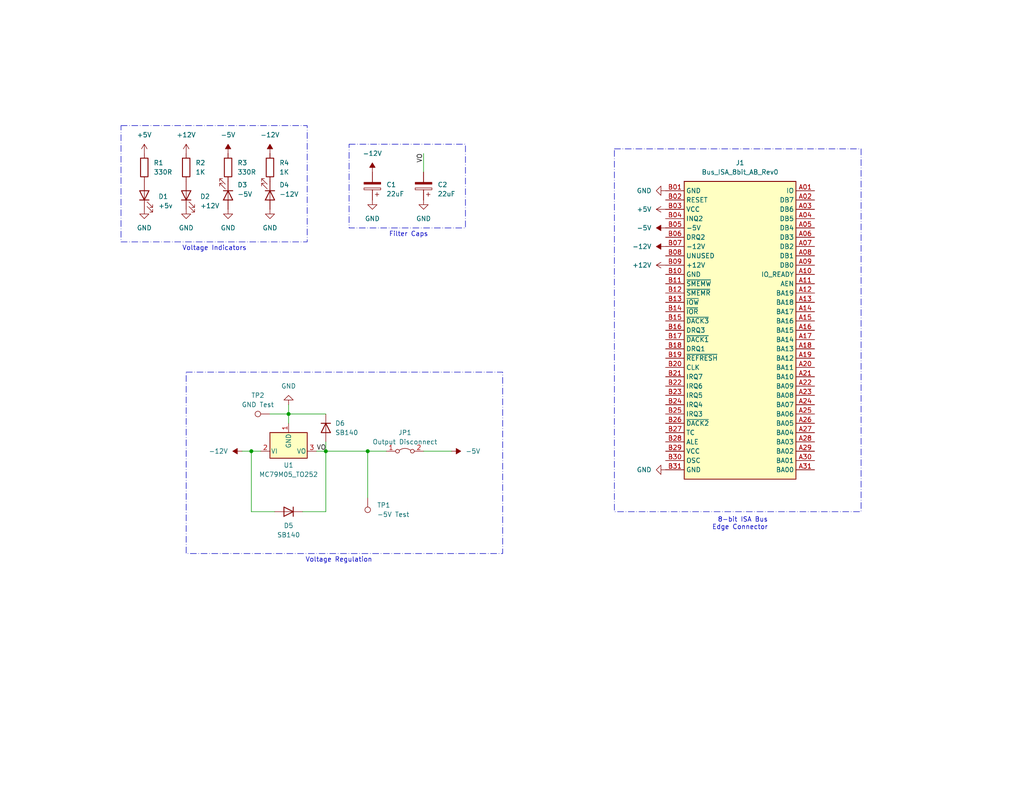
<source format=kicad_sch>
(kicad_sch (version 20230121) (generator eeschema)
  (paper "USLetter")
  (title_block (title "Enhanced Voltage Blaster") (rev "V2.0") (company "Undefined Systems, LLC") (comment 1 "pc-resto.com") (comment 2 "github.com/chadr/Enhanced-Voltage-Blaster") (comment 3 "ebay.com/str/pcrestoration"))
  (lib_symbols
    (symbol "Bus_ISA_8bit_AB_Rev0:Bus_ISA_8bit_AB_Rev0"
      (property "Reference" "J" (at 0 42.545 0))
      (property "Value" "Bus_ISA_8bit_AB_Rev0" (at 0 -42.545 0))
      (symbol "Bus_ISA_8bit_AB_Rev0_0_1"
        (rectangle (start -15.24 -40.64) (end 15.24 40.64) (stroke (width 0.254)) (fill (type background)))
      )
      (symbol "Bus_ISA_8bit_AB_Rev0_1_1"
        (pin passive line (at 20.32 38.1 180) (length 5.08) (name "IO") (number "A01"))
        (pin tri_state line (at 20.32 35.56 180) (length 5.08) (name "DB7") (number "A02"))
        (pin tri_state line (at 20.32 33.02 180) (length 5.08) (name "DB6") (number "A03"))
        (pin tri_state line (at 20.32 30.48 180) (length 5.08) (name "DB5") (number "A04"))
        (pin tri_state line (at 20.32 27.94 180) (length 5.08) (name "DB4") (number "A05"))
        (pin tri_state line (at 20.32 25.4 180) (length 5.08) (name "DB3") (number "A06"))
        (pin tri_state line (at 20.32 22.86 180) (length 5.08) (name "DB2") (number "A07"))
        (pin tri_state line (at 20.32 20.32 180) (length 5.08) (name "DB1") (number "A08"))
        (pin tri_state line (at 20.32 17.78 180) (length 5.08) (name "DB0") (number "A09"))
        (pin passive line (at 20.32 15.24 180) (length 5.08) (name "IO_READY") (number "A10"))
        (pin output line (at 20.32 12.7 180) (length 5.08) (name "AEN") (number "A11"))
        (pin tri_state line (at 20.32 10.16 180) (length 5.08) (name "BA19") (number "A12"))
        (pin tri_state line (at 20.32 7.62 180) (length 5.08) (name "BA18") (number "A13"))
        (pin tri_state line (at 20.32 5.08 180) (length 5.08) (name "BA17") (number "A14"))
        (pin tri_state line (at 20.32 2.54 180) (length 5.08) (name "BA16") (number "A15"))
        (pin tri_state line (at 20.32 0 180) (length 5.08) (name "BA15") (number "A16"))
        (pin tri_state line (at 20.32 -2.54 180) (length 5.08) (name "BA14") (number "A17"))
        (pin tri_state line (at 20.32 -5.08 180) (length 5.08) (name "BA13") (number "A18"))
        (pin tri_state line (at 20.32 -7.62 180) (length 5.08) (name "BA12") (number "A19"))
        (pin tri_state line (at 20.32 -10.16 180) (length 5.08) (name "BA11") (number "A20"))
        (pin tri_state line (at 20.32 -12.7 180) (length 5.08) (name "BA10") (number "A21"))
        (pin tri_state line (at 20.32 -15.24 180) (length 5.08) (name "BA09") (number "A22"))
        (pin tri_state line (at 20.32 -17.78 180) (length 5.08) (name "BA08") (number "A23"))
        (pin tri_state line (at 20.32 -20.32 180) (length 5.08) (name "BA07") (number "A24"))
        (pin tri_state line (at 20.32 -22.86 180) (length 5.08) (name "BA06") (number "A25"))
        (pin tri_state line (at 20.32 -25.4 180) (length 5.08) (name "BA05") (number "A26"))
        (pin tri_state line (at 20.32 -27.94 180) (length 5.08) (name "BA04") (number "A27"))
        (pin tri_state line (at 20.32 -30.48 180) (length 5.08) (name "BA03") (number "A28"))
        (pin tri_state line (at 20.32 -33.02 180) (length 5.08) (name "BA02") (number "A29"))
        (pin tri_state line (at 20.32 -35.56 180) (length 5.08) (name "BA01") (number "A30"))
        (pin tri_state line (at 20.32 -38.1 180) (length 5.08) (name "BA00") (number "A31"))
        (pin power_in line (at -20.32 38.1 0) (length 5.08) (name "GND") (number "B01"))
        (pin output line (at -20.32 35.56 0) (length 5.08) (name "RESET") (number "B02"))
        (pin power_in line (at -20.32 33.02 0) (length 5.08) (name "VCC") (number "B03"))
        (pin passive line (at -20.32 30.48 0) (length 5.08) (name "INQ2") (number "B04"))
        (pin power_in line (at -20.32 27.94 0) (length 5.08) (name "-5V") (number "B05"))
        (pin passive line (at -20.32 25.4 0) (length 5.08) (name "DRQ2") (number "B06"))
        (pin power_in line (at -20.32 22.86 0) (length 5.08) (name "-12V") (number "B07"))
        (pin passive line (at -20.32 20.32 0) (length 5.08) (name "UNUSED") (number "B08"))
        (pin power_in line (at -20.32 17.78 0) (length 5.08) (name "+12V") (number "B09"))
        (pin power_in line (at -20.32 15.24 0) (length 5.08) (name "GND") (number "B10"))
        (pin output line (at -20.32 12.7 0) (length 5.08) (name "~{SMEMW}") (number "B11"))
        (pin output line (at -20.32 10.16 0) (length 5.08) (name "~{SMEMR}") (number "B12"))
        (pin output line (at -20.32 7.62 0) (length 5.08) (name "~{IOW}") (number "B13"))
        (pin output line (at -20.32 5.08 0) (length 5.08) (name "~{IOR}") (number "B14"))
        (pin passive line (at -20.32 2.54 0) (length 5.08) (name "~{DACK3}") (number "B15"))
        (pin passive line (at -20.32 0 0) (length 5.08) (name "DRQ3") (number "B16"))
        (pin passive line (at -20.32 -2.54 0) (length 5.08) (name "~{DACK1}") (number "B17"))
        (pin passive line (at -20.32 -5.08 0) (length 5.08) (name "DRQ1") (number "B18"))
        (pin passive line (at -20.32 -7.62 0) (length 5.08) (name "~{REFRESH}") (number "B19"))
        (pin output line (at -20.32 -10.16 0) (length 5.08) (name "CLK") (number "B20"))
        (pin passive line (at -20.32 -12.7 0) (length 5.08) (name "IRQ7") (number "B21"))
        (pin passive line (at -20.32 -15.24 0) (length 5.08) (name "IRQ6") (number "B22"))
        (pin passive line (at -20.32 -17.78 0) (length 5.08) (name "IRQ5") (number "B23"))
        (pin passive line (at -20.32 -20.32 0) (length 5.08) (name "IRQ4") (number "B24"))
        (pin passive line (at -20.32 -22.86 0) (length 5.08) (name "IRQ3") (number "B25"))
        (pin passive line (at -20.32 -25.4 0) (length 5.08) (name "~{DACK2}") (number "B26"))
        (pin passive line (at -20.32 -27.94 0) (length 5.08) (name "TC") (number "B27"))
        (pin output line (at -20.32 -30.48 0) (length 5.08) (name "ALE") (number "B28"))
        (pin power_in line (at -20.32 -33.02 0) (length 5.08) (name "VCC") (number "B29"))
        (pin output line (at -20.32 -35.56 0) (length 5.08) (name "OSC") (number "B30"))
        (pin power_in line (at -20.32 -38.1 0) (length 5.08) (name "GND") (number "B31"))
      )
    )
    (symbol "Connector:TestPoint" (pin_numbers hide) (pin_names (offset 0.762) hide)
      (property "Reference" "TP" (at 0 6.858 0))
      (property "Value" "TestPoint" (at 0 5.08 0))
      (symbol "TestPoint_0_1"
        (circle (center 0 3.302) (radius 0.762))
      )
      (symbol "TestPoint_1_1"
        (pin passive line (at 0 0 90) (length 2.54) (name "1") (number "1"))
      )
    )
    (symbol "Device:C_Polarized" (pin_numbers hide) (pin_names (offset 0.254))
      (property "Reference" "C" (at 0.635 2.54 0))
      (property "Value" "C_Polarized" (at 0.635 -2.54 0))
      (symbol "C_Polarized_0_1"
        (rectangle (start -2.286 0.508) (end 2.286 1.016))
        (polyline (pts (xy -1.778 2.286) (xy -0.762 2.286)))
        (polyline (pts (xy -1.27 2.794) (xy -1.27 1.778)))
        (rectangle (start 2.286 -0.508) (end -2.286 -1.016) (fill (type outline)))
      )
      (symbol "C_Polarized_1_1"
        (pin passive line (at 0 3.81 270) (length 2.794) (name "~") (number "1"))
        (pin passive line (at 0 -3.81 90) (length 2.794) (name "~") (number "2"))
      )
    )
    (symbol "Device:D" (pin_numbers hide) (pin_names (offset 1.016) hide)
      (property "Reference" "D" (at 0 2.54 0))
      (property "Value" "D" (at 0 -2.54 0))
      (symbol "D_0_1"
        (polyline (pts (xy -1.27 1.27) (xy -1.27 -1.27)) (stroke (width 0.254)))
        (polyline (pts (xy 1.27 0) (xy -1.27 0)))
        (polyline (pts (xy 1.27 1.27) (xy 1.27 -1.27) (xy -1.27 0) (xy 1.27 1.27)) (stroke (width 0.254)))
      )
      (symbol "D_1_1"
        (pin passive line (at -3.81 0 0) (length 2.54) (name "K") (number "1"))
        (pin passive line (at 3.81 0 180) (length 2.54) (name "A") (number "2"))
      )
    )
    (symbol "Device:LED" (pin_numbers hide) (pin_names (offset 1.016) hide)
      (property "Reference" "D" (at 0 2.54 0))
      (property "Value" "LED" (at 0 -2.54 0))
      (symbol "LED_0_1"
        (polyline (pts (xy -1.27 -1.27) (xy -1.27 1.27)) (stroke (width 0.254)))
        (polyline (pts (xy -1.27 0) (xy 1.27 0)))
        (polyline (pts (xy 1.27 -1.27) (xy 1.27 1.27) (xy -1.27 0) (xy 1.27 -1.27)) (stroke (width 0.254)))
        (polyline (pts (xy -3.048 -0.762) (xy -4.572 -2.286) (xy -3.81 -2.286) (xy -4.572 -2.286) (xy -4.572 -1.524)))
        (polyline (pts (xy -1.778 -0.762) (xy -3.302 -2.286) (xy -2.54 -2.286) (xy -3.302 -2.286) (xy -3.302 -1.524)))
      )
      (symbol "LED_1_1"
        (pin passive line (at -3.81 0 0) (length 2.54) (name "K") (number "1"))
        (pin passive line (at 3.81 0 180) (length 2.54) (name "A") (number "2"))
      )
    )
    (symbol "Device:R" (pin_numbers hide) (pin_names (offset 0))
      (property "Reference" "R" (at 2.032 0 90))
      (property "Value" "R" (at 0 0 90))
      (symbol "R_0_1"
        (rectangle (start -1.016 -2.54) (end 1.016 2.54) (stroke (width 0.254)))
      )
      (symbol "R_1_1"
        (pin passive line (at 0 3.81 270) (length 1.27) (name "~") (number "1"))
        (pin passive line (at 0 -3.81 90) (length 1.27) (name "~") (number "2"))
      )
    )
    (symbol "Jumper:Jumper_2_Bridged" (pin_names (offset 0) hide)
      (property "Reference" "JP" (at 0 1.905 0))
      (property "Value" "Jumper_2_Bridged" (at 0 -2.54 0))
      (symbol "Jumper_2_Bridged_0_0"
        (circle (center -2.032 0) (radius 0.508))
        (circle (center 2.032 0) (radius 0.508))
      )
      (symbol "Jumper_2_Bridged_0_1"
        (arc (start 1.524 0.254) (mid 0 0.762) (end -1.524 0.254))
      )
      (symbol "Jumper_2_Bridged_1_1"
        (pin passive line (at -5.08 0 0) (length 2.54) (name "A") (number "1"))
        (pin passive line (at 5.08 0 180) (length 2.54) (name "B") (number "2"))
      )
    )
    (symbol "Regulator_Linear:MC79M05_TO252" (pin_names (offset 0.254))
      (property "Reference" "U" (at -3.81 -3.175 0))
      (property "Value" "MC79M05_TO252" (at 0 -3.175 0))
      (symbol "MC79M05_TO252_0_1"
        (rectangle (start -5.08 5.08) (end 5.08 -1.905) (stroke (width 0.254)) (fill (type background)))
      )
      (symbol "MC79M05_TO252_1_1"
        (pin power_in line (at 0 7.62 270) (length 2.54) (name "GND") (number "1"))
        (pin power_in line (at -7.62 0 0) (length 2.54) (name "VI") (number "2"))
        (pin power_out line (at 7.62 0 180) (length 2.54) (name "VO") (number "3"))
      )
    )
    (symbol "power:+12V" (power) (pin_names (offset 0))
      (property "Value" "+12V" (at 0 3.556 0))
      (symbol "+12V_0_1"
        (polyline (pts (xy -0.762 1.27) (xy 0 2.54)))
        (polyline (pts (xy 0 0) (xy 0 2.54)))
        (polyline (pts (xy 0 2.54) (xy 0.762 1.27)))
      )
      (symbol "+12V_1_1"
        (pin power_in line (at 0 0 90) (length 0) hide (name "+12V") (number "1"))
      )
    )
    (symbol "power:+5V" (power) (pin_names (offset 0))
      (property "Value" "+5V" (at 0 3.556 0))
      (symbol "+5V_0_1"
        (polyline (pts (xy -0.762 1.27) (xy 0 2.54)))
        (polyline (pts (xy 0 0) (xy 0 2.54)))
        (polyline (pts (xy 0 2.54) (xy 0.762 1.27)))
      )
      (symbol "+5V_1_1"
        (pin power_in line (at 0 0 90) (length 0) hide (name "+5V") (number "1"))
      )
    )
    (symbol "power:-12V" (power) (pin_names (offset 0))
      (property "Value" "-12V" (at 0 3.81 0))
      (symbol "-12V_0_0"
        (pin power_in line (at 0 0 90) (length 0) hide (name "-12V") (number "1"))
      )
      (symbol "-12V_0_1"
        (polyline (pts (xy 0 0) (xy 0 1.27) (xy 0.762 1.27) (xy 0 2.54) (xy -0.762 1.27) (xy 0 1.27)) (fill (type outline)))
      )
    )
    (symbol "power:-5V" (power) (pin_names (offset 0))
      (property "Value" "-5V" (at 0 3.81 0))
      (symbol "-5V_0_0"
        (pin power_in line (at 0 0 90) (length 0) hide (name "-5V") (number "1"))
      )
      (symbol "-5V_0_1"
        (polyline (pts (xy 0 0) (xy 0 1.27) (xy 0.762 1.27) (xy 0 2.54) (xy -0.762 1.27) (xy 0 1.27)) (fill (type outline)))
      )
    )
    (symbol "power:GND" (power) (pin_names (offset 0))
      (property "Value" "GND" (at 0 -3.81 0))
      (symbol "GND_0_1"
        (polyline (pts (xy 0 0) (xy 0 -1.27) (xy 1.27 -1.27) (xy 0 -2.54) (xy -1.27 -1.27) (xy 0 -1.27)))
      )
      (symbol "GND_1_1"
        (pin power_in line (at 0 0 270) (length 0) hide (name "GND") (number "1"))
      )
    )
  )
  (junction (at 78.74 113.03))
  (junction (at 68.58 123.19))
  (junction (at 100.33 123.19))
  (junction (at 88.9 123.19))
  (wire (pts (xy 100.33 123.19) (xy 100.33 135.89)))
  (wire (pts (xy 88.9 120.65) (xy 88.9 123.19)))
  (wire (pts (xy 100.33 123.19) (xy 105.41 123.19)))
  (wire (pts (xy 88.9 123.19) (xy 100.33 123.19)))
  (wire (pts (xy 115.57 123.19) (xy 123.19 123.19)))
  (wire (pts (xy 68.58 139.7) (xy 68.58 123.19)))
  (wire (pts (xy 73.66 113.03) (xy 78.74 113.03)))
  (wire (pts (xy 78.74 113.03) (xy 88.9 113.03)))
  (wire (pts (xy 88.9 139.7) (xy 82.55 139.7)))
  (wire (pts (xy 88.9 123.19) (xy 88.9 139.7)))
  (wire (pts (xy 86.36 123.19) (xy 88.9 123.19)))
  (wire (pts (xy 78.74 113.03) (xy 78.74 115.57)))
  (wire (pts (xy 78.74 110.49) (xy 78.74 113.03)))
  (wire (pts (xy 68.58 123.19) (xy 71.12 123.19)))
  (wire (pts (xy 115.57 41.91) (xy 115.57 46.99)))
  (wire (pts (xy 74.93 139.7) (xy 68.58 139.7)))
  (wire (pts (xy 66.04 123.19) (xy 68.58 123.19)))
  (rectangle (start 33.02 34.29) (end 83.82 66.04) (stroke (width 0) (type dash_dot)))
  (rectangle (start 50.8 101.6) (end 137.16 151.13) (stroke (width 0) (type dash_dot)))
  (rectangle (start 167.64 40.64) (end 234.95 139.7) (stroke (width 0) (type dash_dot)))
  (rectangle (start 95.25 39.37) (end 127 62.23) (stroke (width 0) (type dash_dot)))
  (text "Voltage Indicators" (at 67.31 68.58 0) (effects (font (size 1.27 1.27)) (justify right bottom)))
  (text "Filter Caps" (at 116.84 64.77 0) (effects (font (size 1.27 1.27)) (justify right bottom)))
  (text "8-bit ISA Bus\nEdge Connector" (at 209.55 144.78 0) (effects (font (size 1.27 1.27)) (justify right bottom)))
  (text "Voltage Regulation" (at 101.6 153.67 0) (effects (font (size 1.27 1.27)) (justify right bottom)))
  (label "VO" (at 86.36 123.19 0))
  (label "VO" (at 115.57 44.45 90))
  (symbol (lib_id "power:GND") (at 50.8 57.15 0) (unit 1)
    (property "Reference" "#PWR06" (effects hide))
    (property "Value" "GND" (at 50.8 62.23 0))
  )
  (symbol (lib_id "Device:C_Polarized") (at 101.6 50.8 180) (unit 1)
    (property "Reference" "C1" (at 105.41 50.419 0) (effects (justify right)))
    (property "Value" "22uF" (at 105.41 52.959 0) (effects (justify right)))
    (property "Footprint" "Capacitor_THT:CP_Radial_D5.0mm_P2.00mm" (effects hide))
  )
  (symbol (lib_id "power:GND") (at 181.61 128.27 270) (unit 1)
    (property "Reference" "#PWR021" (effects hide))
    (property "Value" "GND" (at 177.8 128.27 90) (effects (justify right)))
  )
  (symbol (lib_id "power:-12V") (at 66.04 123.19 90) (unit 1)
    (property "Reference" "#PWR014" (effects hide))
    (property "Value" "-12V" (at 62.23 123.19 90) (effects (justify left)))
  )
  (symbol (lib_id "Device:LED") (at 73.66 53.34 270) (unit 1)
    (property "Reference" "D4" (at 76.2 50.4825 90) (effects (justify left)))
    (property "Value" "-12V" (at 76.2 53.0225 90) (effects (justify left)))
    (property "Footprint" "LED_THT:LED_D5.0mm" (effects hide))
  )
  (symbol (lib_id "power:GND") (at 181.61 52.07 270) (unit 1)
    (property "Reference" "#PWR013" (effects hide))
    (property "Value" "GND" (at 177.8 52.07 90) (effects (justify right)))
  )
  (symbol (lib_id "power:GND") (at 78.74 110.49 180) (unit 1)
    (property "Reference" "#PWR016" (effects hide))
    (property "Value" "GND" (at 78.74 105.41 0))
  )
  (symbol (lib_id "Connector:TestPoint") (at 73.66 113.03 90) (unit 1)
    (property "Reference" "TP2" (at 70.358 107.95 90))
    (property "Value" "GND Test" (at 70.358 110.49 90))
    (property "Footprint" "Connector_PinHeader_2.54mm:PinHeader_1x01_P2.54mm_Vertical" (effects hide))
  )
  (symbol (lib_id "power:-12V") (at 181.61 67.31 90) (unit 1)
    (property "Reference" "#PWR018" (effects hide))
    (property "Value" "-12V" (at 177.8 67.31 90) (effects (justify left)))
  )
  (symbol (lib_id "power:-12V") (at 101.6 46.99 0) (unit 1)
    (property "Reference" "#PWR04" (effects hide))
    (property "Value" "-12V" (at 101.6 41.91 0))
  )
  (symbol (lib_id "Device:R") (at 50.8 45.72 0) (unit 1)
    (property "Reference" "R2" (at 53.34 44.45 0) (effects (justify left)))
    (property "Value" "1K" (at 53.34 46.99 0) (effects (justify left)))
    (property "Footprint" "Resistor_THT:R_Axial_DIN0207_L6.3mm_D2.5mm_P10.16mm_Horizontal" (effects hide))
  )
  (symbol (lib_id "Device:R") (at 62.23 45.72 0) (unit 1)
    (property "Reference" "R3" (at 64.77 44.45 0) (effects (justify left)))
    (property "Value" "330R" (at 64.77 46.99 0) (effects (justify left)))
    (property "Footprint" "Resistor_THT:R_Axial_DIN0207_L6.3mm_D2.5mm_P10.16mm_Horizontal" (effects hide))
  )
  (symbol (lib_id "Device:D") (at 88.9 116.84 270) (unit 1)
    (property "Reference" "D6" (at 91.44 115.57 90) (effects (justify left)))
    (property "Value" "SB140" (at 91.44 118.11 90) (effects (justify left)))
    (property "Footprint" "Diode_THT:D_DO-41_SOD81_P7.62mm_Horizontal" (effects hide))
    (property "Sim.Device" "D" (effects hide))
    (property "Sim.Pins" "1=K 2=A" (effects hide))
  )
  (symbol (lib_id "power:GND") (at 101.6 54.61 0) (unit 1)
    (property "Reference" "#PWR01" (effects hide))
    (property "Value" "GND" (at 101.6 59.69 0))
  )
  (symbol (lib_id "Device:LED") (at 50.8 53.34 90) (unit 1)
    (property "Reference" "D2" (at 54.61 53.6575 90) (effects (justify right)))
    (property "Value" "+12V" (at 54.61 56.1975 90) (effects (justify right)))
    (property "Footprint" "LED_THT:LED_D5.0mm" (effects hide))
  )
  (symbol (lib_id "power:+12V") (at 181.61 72.39 90) (unit 1)
    (property "Reference" "#PWR019" (effects hide))
    (property "Value" "+12V" (at 177.8 72.39 90) (effects (justify left)))
  )
  (symbol (lib_id "Device:C_Polarized") (at 115.57 50.8 180) (unit 1)
    (property "Reference" "C2" (at 119.38 50.419 0) (effects (justify right)))
    (property "Value" "22uF" (at 119.38 52.959 0) (effects (justify right)))
    (property "Footprint" "Capacitor_THT:CP_Radial_D5.0mm_P2.00mm" (effects hide))
  )
  (symbol (lib_id "power:GND") (at 73.66 57.15 0) (unit 1)
    (property "Reference" "#PWR08" (effects hide))
    (property "Value" "GND" (at 73.66 62.23 0))
  )
  (symbol (lib_id "Regulator_Linear:MC79M05_TO252") (at 78.74 123.19 0) (unit 1)
    (property "Reference" "U1" (at 78.74 127 0))
    (property "Value" "MC79M05_TO252" (at 78.74 129.54 0))
    (property "Footprint" "Package_TO_SOT_SMD:TO-252-2" (effects hide))
    (property "Datasheet" "http://www.onsemi.com/pub/Collateral/MC79M00-D.PDF" (effects hide))
  )
  (symbol (lib_id "Device:R") (at 73.66 45.72 0) (unit 1)
    (property "Reference" "R4" (at 76.2 44.45 0) (effects (justify left)))
    (property "Value" "1K" (at 76.2 46.99 0) (effects (justify left)))
    (property "Footprint" "Resistor_THT:R_Axial_DIN0207_L6.3mm_D2.5mm_P10.16mm_Horizontal" (effects hide))
  )
  (symbol (lib_id "power:GND") (at 115.57 54.61 0) (unit 1)
    (property "Reference" "#PWR02" (effects hide))
    (property "Value" "GND" (at 115.57 59.69 0))
  )
  (symbol (lib_id "power:GND") (at 62.23 57.15 0) (unit 1)
    (property "Reference" "#PWR07" (effects hide))
    (property "Value" "GND" (at 62.23 62.23 0))
  )
  (symbol (lib_id "power:GND") (at 39.37 57.15 0) (unit 1)
    (property "Reference" "#PWR05" (effects hide))
    (property "Value" "GND" (at 39.37 62.23 0))
  )
  (symbol (lib_id "power:+12V") (at 50.8 41.91 0) (unit 1)
    (property "Reference" "#PWR012" (effects hide))
    (property "Value" "+12V" (at 50.8 36.83 0))
  )
  (symbol (lib_id "power:-5V") (at 123.19 123.19 270) (unit 1)
    (property "Reference" "#PWR015" (effects hide))
    (property "Value" "-5V" (at 127 123.19 90) (effects (justify left)))
  )
  (symbol (lib_id "Device:D") (at 78.74 139.7 180) (unit 1)
    (property "Reference" "D5" (at 78.74 143.51 0))
    (property "Value" "SB140" (at 78.74 146.05 0))
    (property "Footprint" "Diode_THT:D_DO-41_SOD81_P7.62mm_Horizontal" (effects hide))
    (property "Sim.Device" "D" (effects hide))
    (property "Sim.Pins" "1=K 2=A" (effects hide))
  )
  (symbol (lib_id "power:+5V") (at 39.37 41.91 0) (unit 1)
    (property "Reference" "#PWR011" (effects hide))
    (property "Value" "+5V" (at 39.37 36.83 0))
  )
  (symbol (lib_id "Jumper:Jumper_2_Bridged") (at 110.49 123.19 0) (unit 1)
    (property "Reference" "JP1" (at 110.49 118.11 0))
    (property "Value" "Output Disconnect" (at 110.49 120.65 0))
    (property "Footprint" "Connector_PinHeader_2.54mm:PinHeader_1x02_P2.54mm_Vertical" (effects hide))
  )
  (symbol (lib_id "Connector:TestPoint") (at 100.33 135.89 180) (unit 1)
    (property "Reference" "TP1" (at 102.87 137.922 0) (effects (justify right)))
    (property "Value" "-5V Test" (at 102.87 140.462 0) (effects (justify right)))
    (property "Footprint" "Connector_PinHeader_2.54mm:PinHeader_1x01_P2.54mm_Vertical" (effects hide))
  )
  (symbol (lib_id "power:-5V") (at 62.23 41.91 0) (unit 1)
    (property "Reference" "#PWR010" (effects hide))
    (property "Value" "-5V" (at 62.23 36.83 0))
  )
  (symbol (lib_id "power:+5V") (at 181.61 57.15 90) (unit 1)
    (property "Reference" "#PWR020" (effects hide))
    (property "Value" "+5V" (at 177.8 57.15 90) (effects (justify left)))
  )
  (symbol (lib_id "Device:LED") (at 62.23 53.34 270) (unit 1)
    (property "Reference" "D3" (at 64.77 50.4825 90) (effects (justify left)))
    (property "Value" "-5V" (at 64.77 53.0225 90) (effects (justify left)))
    (property "Footprint" "LED_THT:LED_D5.0mm" (effects hide))
  )
  (symbol (lib_id "power:-12V") (at 73.66 41.91 0) (unit 1)
    (property "Reference" "#PWR09" (effects hide))
    (property "Value" "-12V" (at 73.66 36.83 0))
  )
  (symbol (lib_id "power:-5V") (at 181.61 62.23 90) (unit 1)
    (property "Reference" "#PWR017" (effects hide))
    (property "Value" "-5V" (at 177.8 62.23 90) (effects (justify left)))
  )
  (symbol (lib_id "Device:LED") (at 39.37 53.34 90) (unit 1)
    (property "Reference" "D1" (at 43.18 53.6575 90) (effects (justify right)))
    (property "Value" "+5v" (at 43.18 56.1975 90) (effects (justify right)))
    (property "Footprint" "LED_THT:LED_D5.0mm" (effects hide))
  )
  (symbol (lib_id "Device:R") (at 39.37 45.72 0) (unit 1)
    (property "Reference" "R1" (at 41.91 44.45 0) (effects (justify left)))
    (property "Value" "330R" (at 41.91 46.99 0) (effects (justify left)))
    (property "Footprint" "Resistor_THT:R_Axial_DIN0207_L6.3mm_D2.5mm_P10.16mm_Horizontal" (effects hide))
  )
  (symbol (lib_id "Bus_ISA_8bit_AB_Rev0:Bus_ISA_8bit_AB_Rev0") (at 201.93 90.17 0) (unit 1)
    (property "Reference" "J1" (at 201.93 44.45 0))
    (property "Value" "Bus_ISA_8bit_AB_Rev0" (at 201.93 46.99 0))
    (property "Footprint" "ISA_Card_Edge_Connector_8bit:ISA_CARD_EDGE_CONNECTOR_8BIT_Rev1" (effects hide))
  )
)
</source>
